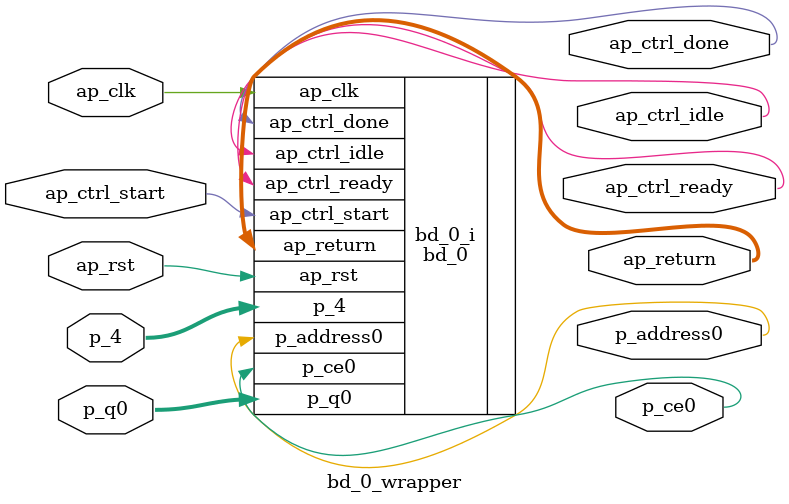
<source format=v>
`timescale 1 ps / 1 ps

module bd_0_wrapper
   (ap_clk,
    ap_ctrl_done,
    ap_ctrl_idle,
    ap_ctrl_ready,
    ap_ctrl_start,
    ap_return,
    ap_rst,
    p_4,
    p_address0,
    p_ce0,
    p_q0);
  input ap_clk;
  output ap_ctrl_done;
  output ap_ctrl_idle;
  output ap_ctrl_ready;
  input ap_ctrl_start;
  output [7:0]ap_return;
  input ap_rst;
  input [7:0]p_4;
  output [0:0]p_address0;
  output p_ce0;
  input [7:0]p_q0;

  wire ap_clk;
  wire ap_ctrl_done;
  wire ap_ctrl_idle;
  wire ap_ctrl_ready;
  wire ap_ctrl_start;
  wire [7:0]ap_return;
  wire ap_rst;
  wire [7:0]p_4;
  wire [0:0]p_address0;
  wire p_ce0;
  wire [7:0]p_q0;

  bd_0 bd_0_i
       (.ap_clk(ap_clk),
        .ap_ctrl_done(ap_ctrl_done),
        .ap_ctrl_idle(ap_ctrl_idle),
        .ap_ctrl_ready(ap_ctrl_ready),
        .ap_ctrl_start(ap_ctrl_start),
        .ap_return(ap_return),
        .ap_rst(ap_rst),
        .p_4(p_4),
        .p_address0(p_address0),
        .p_ce0(p_ce0),
        .p_q0(p_q0));
endmodule

</source>
